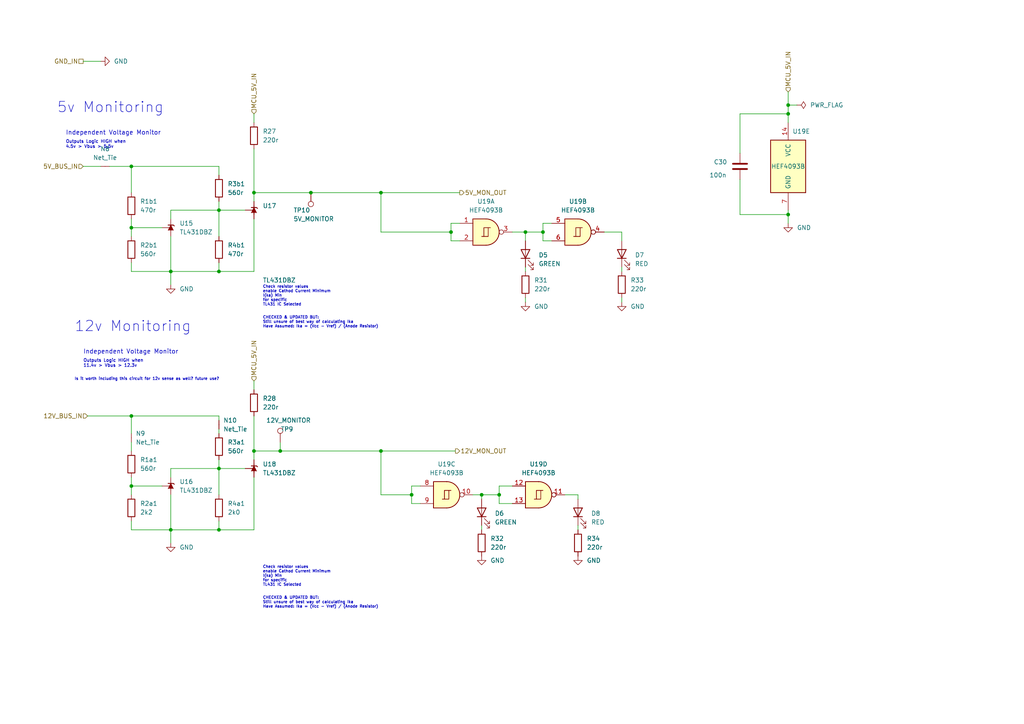
<source format=kicad_sch>
(kicad_sch (version 20211123) (generator eeschema)
  (paper "A4")
  (lib_symbols
    (symbol "000_Capacitor_Film_Immo:cap_film_0805" (pin_numbers hide) (pin_names (offset 0.254))
      (property "Reference" "C" (at 0.635 2.54 0))
      (property "Value" "cap_film_0805" (at 0.635 -2.54 0))
      (symbol "cap_film_0805_0_1"
        (polyline (pts (xy -2.032 -0.762) (xy 2.032 -0.762)) (stroke (width 0.508)))
        (polyline (pts (xy -2.032 0.762) (xy 2.032 0.762)) (stroke (width 0.508)))
      )
      (symbol "cap_film_0805_1_1"
        (pin passive line (at 0 3.81 270) (length 2.794) (name "~") (number "1"))
        (pin passive line (at 0 -3.81 90) (length 2.794) (name "~") (number "2"))
      )
    )
    (symbol "000_Resistors_Immo:Resistor_0805" (pin_numbers hide) (pin_names (offset 0))
      (property "Reference" "R?" (at 2.54 1.2701 0))
      (property "Value" "Resistor_0805" (at 2.54 -1.2699 0))
      (symbol "Resistor_0805_0_1"
        (rectangle (start -1.016 -2.54) (end 1.016 2.54) (stroke (width 0.254)))
      )
      (symbol "Resistor_0805_1_1"
        (pin passive line (at 0 3.81 270) (length 1.27) (name "~") (number "1"))
        (pin passive line (at 0 -3.81 90) (length 1.27) (name "~") (number "2"))
      )
    )
    (symbol "000_Utility_Immo:Net_Tie" (pin_numbers hide) (pin_names (offset 0) hide) (in_bom no)
      (property "Reference" "N" (at 0 5.08 0))
      (property "Value" "Net_Tie" (at 0 2.794 0))
      (symbol "Net_Tie_1_1"
        (pin passive line (at -1.27 0 0) (length 1.27) (name "A") (number "1"))
        (pin passive line (at 1.27 0 180) (length 1.27) (name "C") (number "2"))
      )
    )
    (symbol "4xxx:HEF4093B" (pin_names (offset 1.016))
      (property "Reference" "U" (at 0 1.27 0))
      (property "Value" "HEF4093B" (at 0 -1.27 0))
      (symbol "HEF4093B_1_0"
        (polyline (pts (xy -0.635 -1.27) (xy -0.635 1.27) (xy 0.635 1.27)))
        (polyline (pts (xy -0.635 -1.27) (xy -0.635 1.27) (xy 0.635 1.27)))
        (polyline (pts (xy -1.27 -1.27) (xy 0.635 -1.27) (xy 0.635 1.27) (xy 1.27 1.27)))
        (polyline (pts (xy -1.27 -1.27) (xy 0.635 -1.27) (xy 0.635 1.27) (xy 1.27 1.27)))
      )
      (symbol "HEF4093B_1_1"
        (arc (start 0 -3.81) (mid 3.81 0) (end 0 3.81) (stroke (width 0.254)) (fill (type background)))
        (polyline (pts (xy 0 3.81) (xy -3.81 3.81) (xy -3.81 -3.81) (xy 0 -3.81)) (stroke (width 0.254)) (fill (type background)))
        (pin input line (at -7.62 2.54 0) (length 3.81) (name "~") (number "1"))
        (pin input line (at -7.62 -2.54 0) (length 3.81) (name "~") (number "2"))
        (pin output inverted (at 7.62 0 180) (length 3.81) (name "~") (number "3"))
      )
      (symbol "HEF4093B_1_2"
        (arc (start -3.81 -3.81) (mid -2.589 0) (end -3.81 3.81) (stroke (width 0.254)))
        (arc (start -0.6096 -3.81) (mid 2.1855 -2.584) (end 3.81 0) (stroke (width 0.254)) (fill (type background)))
        (polyline (pts (xy -3.81 -3.81) (xy -0.635 -3.81)) (stroke (width 0.254)) (fill (type background)))
        (polyline (pts (xy -3.81 3.81) (xy -0.635 3.81)) (stroke (width 0.254)) (fill (type background)))
        (polyline (pts (xy -0.635 3.81) (xy -3.81 3.81) (xy -3.81 3.81) (xy -3.556 3.4036) (xy -3.0226 2.2606) (xy -2.6924 1.0414) (xy -2.6162 -0.254) (xy -2.7686 -1.4986) (xy -3.175 -2.7178) (xy -3.81 -3.81) (xy -3.81 -3.81) (xy -0.635 -3.81)) (stroke (width -25.4)) (fill (type background)))
        (arc (start 3.81 0) (mid 2.1928 2.5925) (end -0.6096 3.81) (stroke (width 0.254)) (fill (type background)))
        (pin input inverted (at -7.62 2.54 0) (length 4.318) (name "~") (number "1"))
        (pin input inverted (at -7.62 -2.54 0) (length 4.318) (name "~") (number "2"))
        (pin output line (at 7.62 0 180) (length 3.81) (name "~") (number "3"))
      )
      (symbol "HEF4093B_2_0"
        (polyline (pts (xy -0.635 -1.27) (xy -0.635 1.27) (xy 0.635 1.27)))
        (polyline (pts (xy -0.635 -1.27) (xy -0.635 1.27) (xy 0.635 1.27)))
        (polyline (pts (xy -1.27 -1.27) (xy 0.635 -1.27) (xy 0.635 1.27) (xy 1.27 1.27)))
        (polyline (pts (xy -1.27 -1.27) (xy 0.635 -1.27) (xy 0.635 1.27) (xy 1.27 1.27)))
      )
      (symbol "HEF4093B_2_1"
        (arc (start 0 -3.81) (mid 3.81 0) (end 0 3.81) (stroke (width 0.254)) (fill (type background)))
        (polyline (pts (xy 0 3.81) (xy -3.81 3.81) (xy -3.81 -3.81) (xy 0 -3.81)) (stroke (width 0.254)) (fill (type background)))
        (pin output inverted (at 7.62 0 180) (length 3.81) (name "~") (number "4"))
        (pin input line (at -7.62 2.54 0) (length 3.81) (name "~") (number "5"))
        (pin input line (at -7.62 -2.54 0) (length 3.81) (name "~") (number "6"))
      )
      (symbol "HEF4093B_2_2"
        (arc (start -3.81 -3.81) (mid -2.589 0) (end -3.81 3.81) (stroke (width 0.254)))
        (arc (start -0.6096 -3.81) (mid 2.1855 -2.584) (end 3.81 0) (stroke (width 0.254)) (fill (type background)))
        (polyline (pts (xy -3.81 -3.81) (xy -0.635 -3.81)) (stroke (width 0.254)) (fill (type background)))
        (polyline (pts (xy -3.81 3.81) (xy -0.635 3.81)) (stroke (width 0.254)) (fill (type background)))
        (polyline (pts (xy -0.635 3.81) (xy -3.81 3.81) (xy -3.81 3.81) (xy -3.556 3.4036) (xy -3.0226 2.2606) (xy -2.6924 1.0414) (xy -2.6162 -0.254) (xy -2.7686 -1.4986) (xy -3.175 -2.7178) (xy -3.81 -3.81) (xy -3.81 -3.81) (xy -0.635 -3.81)) (stroke (width -25.4)) (fill (type background)))
        (arc (start 3.81 0) (mid 2.1928 2.5925) (end -0.6096 3.81) (stroke (width 0.254)) (fill (type background)))
        (pin output line (at 7.62 0 180) (length 3.81) (name "~") (number "4"))
        (pin input inverted (at -7.62 2.54 0) (length 4.318) (name "~") (number "5"))
        (pin input inverted (at -7.62 -2.54 0) (length 4.318) (name "~") (number "6"))
      )
      (symbol "HEF4093B_3_0"
        (polyline (pts (xy -0.635 -1.27) (xy -0.635 1.27) (xy 0.635 1.27)))
        (polyline (pts (xy -0.635 -1.27) (xy -0.635 1.27) (xy 0.635 1.27)))
        (polyline (pts (xy -1.27 -1.27) (xy 0.635 -1.27) (xy 0.635 1.27) (xy 1.27 1.27)))
        (polyline (pts (xy -1.27 -1.27) (xy 0.635 -1.27) (xy 0.635 1.27) (xy 1.27 1.27)))
      )
      (symbol "HEF4093B_3_1"
        (arc (start 0 -3.81) (mid 3.81 0) (end 0 3.81) (stroke (width 0.254)) (fill (type background)))
        (polyline (pts (xy 0 3.81) (xy -3.81 3.81) (xy -3.81 -3.81) (xy 0 -3.81)) (stroke (width 0.254)) (fill (type background)))
        (pin output inverted (at 7.62 0 180) (length 3.81) (name "~") (number "10"))
        (pin input line (at -7.62 2.54 0) (length 3.81) (name "~") (number "8"))
        (pin input line (at -7.62 -2.54 0) (length 3.81) (name "~") (number "9"))
      )
      (symbol "HEF4093B_3_2"
        (arc (start -3.81 -3.81) (mid -2.589 0) (end -3.81 3.81) (stroke (width 0.254)))
        (arc (start -0.6096 -3.81) (mid 2.1855 -2.584) (end 3.81 0) (stroke (width 0.254)) (fill (type background)))
        (polyline (pts (xy -3.81 -3.81) (xy -0.635 -3.81)) (stroke (width 0.254)) (fill (type background)))
        (polyline (pts (xy -3.81 3.81) (xy -0.635 3.81)) (stroke (width 0.254)) (fill (type background)))
        (polyline (pts (xy -0.635 3.81) (xy -3.81 3.81) (xy -3.81 3.81) (xy -3.556 3.4036) (xy -3.0226 2.2606) (xy -2.6924 1.0414) (xy -2.6162 -0.254) (xy -2.7686 -1.4986) (xy -3.175 -2.7178) (xy -3.81 -3.81) (xy -3.81 -3.81) (xy -0.635 -3.81)) (stroke (width -25.4)) (fill (type background)))
        (arc (start 3.81 0) (mid 2.1928 2.5925) (end -0.6096 3.81) (stroke (width 0.254)) (fill (type background)))
        (pin output line (at 7.62 0 180) (length 3.81) (name "~") (number "10"))
        (pin input inverted (at -7.62 2.54 0) (length 4.318) (name "~") (number "8"))
        (pin input inverted (at -7.62 -2.54 0) (length 4.318) (name "~") (number "9"))
      )
      (symbol "HEF4093B_4_0"
        (polyline (pts (xy -0.635 -1.27) (xy -0.635 1.27) (xy 0.635 1.27)))
        (polyline (pts (xy -0.635 -1.27) (xy -0.635 1.27) (xy 0.635 1.27)))
        (polyline (pts (xy -1.27 -1.27) (xy 0.635 -1.27) (xy 0.635 1.27) (xy 1.27 1.27)))
        (polyline (pts (xy -1.27 -1.27) (xy 0.635 -1.27) (xy 0.635 1.27) (xy 1.27 1.27)))
      )
      (symbol "HEF4093B_4_1"
        (arc (start 0 -3.81) (mid 3.81 0) (end 0 3.81) (stroke (width 0.254)) (fill (type background)))
        (polyline (pts (xy 0 3.81) (xy -3.81 3.81) (xy -3.81 -3.81) (xy 0 -3.81)) (stroke (width 0.254)) (fill (type background)))
        (pin output inverted (at 7.62 0 180) (length 3.81) (name "~") (number "11"))
        (pin input line (at -7.62 2.54 0) (length 3.81) (name "~") (number "12"))
        (pin input line (at -7.62 -2.54 0) (length 3.81) (name "~") (number "13"))
      )
      (symbol "HEF4093B_4_2"
        (arc (start -3.81 -3.81) (mid -2.589 0) (end -3.81 3.81) (stroke (width 0.254)))
        (arc (start -0.6096 -3.81) (mid 2.1855 -2.584) (end 3.81 0) (stroke (width 0.254)) (fill (type background)))
        (polyline (pts (xy -3.81 -3.81) (xy -0.635 -3.81)) (stroke (width 0.254)) (fill (type background)))
        (polyline (pts (xy -3.81 3.81) (xy -0.635 3.81)) (stroke (width 0.254)) (fill (type background)))
        (polyline (pts (xy -0.635 3.81) (xy -3.81 3.81) (xy -3.81 3.81) (xy -3.556 3.4036) (xy -3.0226 2.2606) (xy -2.6924 1.0414) (xy -2.6162 -0.254) (xy -2.7686 -1.4986) (xy -3.175 -2.7178) (xy -3.81 -3.81) (xy -3.81 -3.81) (xy -0.635 -3.81)) (stroke (width -25.4)) (fill (type background)))
        (arc (start 3.81 0) (mid 2.1928 2.5925) (end -0.6096 3.81) (stroke (width 0.254)) (fill (type background)))
        (pin output line (at 7.62 0 180) (length 3.81) (name "~") (number "11"))
        (pin input inverted (at -7.62 2.54 0) (length 4.318) (name "~") (number "12"))
        (pin input inverted (at -7.62 -2.54 0) (length 4.318) (name "~") (number "13"))
      )
      (symbol "HEF4093B_5_0"
        (pin power_in line (at 0 12.7 270) (length 5.08) (name "VCC") (number "14"))
        (pin power_in line (at 0 -12.7 90) (length 5.08) (name "GND") (number "7"))
      )
      (symbol "HEF4093B_5_1"
        (rectangle (start -5.08 7.62) (end 5.08 -7.62) (stroke (width 0.254)) (fill (type background)))
      )
    )
    (symbol "Connector:TestPoint" (pin_numbers hide) (pin_names (offset 0.762) hide)
      (property "Reference" "TP" (at 0 6.858 0))
      (property "Value" "TestPoint" (at 0 5.08 0))
      (symbol "TestPoint_0_1"
        (circle (center 0 3.302) (radius 0.762))
      )
      (symbol "TestPoint_1_1"
        (pin passive line (at 0 0 90) (length 2.54) (name "1") (number "1"))
      )
    )
    (symbol "Device:LED" (pin_numbers hide) (pin_names (offset 1.016) hide)
      (property "Reference" "D" (at 0 2.54 0))
      (property "Value" "LED" (at 0 -2.54 0))
      (symbol "LED_0_1"
        (polyline (pts (xy -1.27 -1.27) (xy -1.27 1.27)) (stroke (width 0.254)))
        (polyline (pts (xy -1.27 0) (xy 1.27 0)))
        (polyline (pts (xy 1.27 -1.27) (xy 1.27 1.27) (xy -1.27 0) (xy 1.27 -1.27)) (stroke (width 0.254)))
        (polyline (pts (xy -3.048 -0.762) (xy -4.572 -2.286) (xy -3.81 -2.286) (xy -4.572 -2.286) (xy -4.572 -1.524)))
        (polyline (pts (xy -1.778 -0.762) (xy -3.302 -2.286) (xy -2.54 -2.286) (xy -3.302 -2.286) (xy -3.302 -1.524)))
      )
      (symbol "LED_1_1"
        (pin passive line (at -3.81 0 0) (length 2.54) (name "K") (number "1"))
        (pin passive line (at 3.81 0 180) (length 2.54) (name "A") (number "2"))
      )
    )
    (symbol "Reference_Voltage:TL431DBZ" (pin_numbers hide) (pin_names hide)
      (property "Reference" "U" (at -2.54 2.54 0))
      (property "Value" "TL431DBZ" (at 0 -2.54 0))
      (symbol "TL431DBZ_0_1"
        (polyline (pts (xy -1.27 0) (xy 0 0) (xy 1.27 0)))
        (polyline (pts (xy -0.762 0.762) (xy 0.762 0) (xy -0.762 -0.762)) (fill (type outline)))
        (polyline (pts (xy 0.508 -1.016) (xy 0.762 -0.762) (xy 0.762 0.762) (xy 0.762 0.762)) (stroke (width 0.254)))
      )
      (symbol "TL431DBZ_1_1"
        (pin passive line (at 2.54 0 180) (length 2.54) (name "K") (number "1"))
        (pin passive line (at 0 2.54 270) (length 2.54) (name "REF") (number "2"))
        (pin passive line (at -2.54 0 0) (length 2.54) (name "A") (number "3"))
      )
    )
    (symbol "power:GND" (power) (pin_names (offset 0))
      (property "Value" "GND" (at 0 -3.81 0))
      (symbol "GND_0_1"
        (polyline (pts (xy 0 0) (xy 0 -1.27) (xy 1.27 -1.27) (xy 0 -2.54) (xy -1.27 -1.27) (xy 0 -1.27)))
      )
      (symbol "GND_1_1"
        (pin power_in line (at 0 0 270) (length 0) hide (name "GND") (number "1"))
      )
    )
    (symbol "power:PWR_FLAG" (power) (pin_numbers hide) (pin_names (offset 0) hide)
      (property "Value" "PWR_FLAG" (at 0 3.81 0))
      (symbol "PWR_FLAG_0_0"
        (pin power_out line (at 0 0 90) (length 0) (name "pwr") (number "1"))
      )
      (symbol "PWR_FLAG_0_1"
        (polyline (pts (xy 0 0) (xy 0 1.27) (xy -1.016 1.905) (xy 0 2.54) (xy 1.016 1.905) (xy 0 1.27)))
      )
    )
  )
  (junction (at 63.5 153.67))
  (junction (at 63.5 135.89))
  (junction (at 63.5 78.74))
  (junction (at 63.5 60.96))
  (junction (at 139.7 143.51))
  (junction (at 228.6 30.48))
  (junction (at 157.48 67.31))
  (junction (at 110.49 55.88))
  (junction (at 38.1 66.04))
  (junction (at 110.49 130.81))
  (junction (at 90.17 55.88))
  (junction (at 73.66 130.81))
  (junction (at 228.6 62.23))
  (junction (at 144.78 143.51))
  (junction (at 38.1 120.65))
  (junction (at 73.66 55.88))
  (junction (at 130.81 67.31))
  (junction (at 81.28 130.81))
  (junction (at 49.53 78.74))
  (junction (at 49.53 153.67))
  (junction (at 152.4 67.31))
  (junction (at 228.6 33.02))
  (junction (at 38.1 140.97))
  (junction (at 119.38 143.51))
  (junction (at 38.1 48.26))
  (wire (pts (xy 228.6 30.48) (xy 231.14 30.48)))
  (wire (pts (xy 228.6 26.67) (xy 228.6 30.48)))
  (wire (pts (xy 63.5 151.13) (xy 63.5 153.67)))
  (wire (pts (xy 49.53 153.67) (xy 49.53 157.48)))
  (wire (pts (xy 49.53 143.51) (xy 49.53 153.67)))
  (wire (pts (xy 130.81 64.77) (xy 133.35 64.77)))
  (wire (pts (xy 24.13 48.26) (xy 29.21 48.26)))
  (wire (pts (xy 38.1 120.65) (xy 63.5 120.65)))
  (wire (pts (xy 180.34 86.36) (xy 180.34 87.63)))
  (wire (pts (xy 73.66 130.81) (xy 81.28 130.81)))
  (wire (pts (xy 133.35 69.85) (xy 130.81 69.85)))
  (wire (pts (xy 38.1 128.27) (xy 38.1 130.81)))
  (wire (pts (xy 63.5 135.89) (xy 63.5 143.51)))
  (wire (pts (xy 137.16 143.51) (xy 139.7 143.51)))
  (wire (pts (xy 81.28 128.27) (xy 81.28 130.81)))
  (wire (pts (xy 119.38 140.97) (xy 121.92 140.97)))
  (wire (pts (xy 110.49 130.81) (xy 110.49 143.51)))
  (wire (pts (xy 214.63 33.02) (xy 228.6 33.02)))
  (wire (pts (xy 63.5 120.65) (xy 63.5 121.92)))
  (wire (pts (xy 49.53 78.74) (xy 49.53 82.55)))
  (wire (pts (xy 81.28 130.81) (xy 110.49 130.81)))
  (wire (pts (xy 144.78 140.97) (xy 148.59 140.97)))
  (wire (pts (xy 63.5 60.96) (xy 71.12 60.96)))
  (wire (pts (xy 38.1 138.43) (xy 38.1 140.97)))
  (wire (pts (xy 73.66 55.88) (xy 73.66 58.42)))
  (wire (pts (xy 63.5 48.26) (xy 38.1 48.26)))
  (wire (pts (xy 157.48 67.31) (xy 157.48 64.77)))
  (wire (pts (xy 38.1 120.65) (xy 38.1 125.73)))
  (wire (pts (xy 148.59 67.31) (xy 152.4 67.31)))
  (wire (pts (xy 167.64 152.4) (xy 167.64 153.67)))
  (wire (pts (xy 175.26 67.31) (xy 180.34 67.31)))
  (wire (pts (xy 38.1 63.5) (xy 38.1 66.04)))
  (wire (pts (xy 63.5 153.67) (xy 49.53 153.67)))
  (wire (pts (xy 49.53 60.96) (xy 49.53 63.5)))
  (wire (pts (xy 90.17 55.88) (xy 110.49 55.88)))
  (wire (pts (xy 167.64 144.78) (xy 167.64 143.51)))
  (wire (pts (xy 73.66 55.88) (xy 90.17 55.88)))
  (wire (pts (xy 25.4 120.65) (xy 38.1 120.65)))
  (wire (pts (xy 152.4 67.31) (xy 152.4 69.85)))
  (wire (pts (xy 38.1 151.13) (xy 38.1 153.67)))
  (wire (pts (xy 228.6 60.96) (xy 228.6 62.23)))
  (wire (pts (xy 63.5 58.42) (xy 63.5 60.96)))
  (wire (pts (xy 38.1 66.04) (xy 38.1 68.58)))
  (wire (pts (xy 38.1 76.2) (xy 38.1 78.74)))
  (wire (pts (xy 73.66 43.18) (xy 73.66 55.88)))
  (wire (pts (xy 152.4 67.31) (xy 157.48 67.31)))
  (wire (pts (xy 148.59 146.05) (xy 144.78 146.05)))
  (wire (pts (xy 152.4 86.36) (xy 152.4 87.63)))
  (wire (pts (xy 214.63 62.23) (xy 228.6 62.23)))
  (wire (pts (xy 119.38 143.51) (xy 110.49 143.51)))
  (wire (pts (xy 144.78 146.05) (xy 144.78 143.51)))
  (wire (pts (xy 73.66 33.02) (xy 73.66 35.56)))
  (wire (pts (xy 139.7 143.51) (xy 144.78 143.51)))
  (wire (pts (xy 63.5 135.89) (xy 71.12 135.89)))
  (wire (pts (xy 144.78 143.51) (xy 144.78 140.97)))
  (wire (pts (xy 63.5 50.8) (xy 63.5 48.26)))
  (wire (pts (xy 110.49 55.88) (xy 110.49 67.31)))
  (wire (pts (xy 73.66 153.67) (xy 63.5 153.67)))
  (wire (pts (xy 63.5 76.2) (xy 63.5 78.74)))
  (wire (pts (xy 38.1 140.97) (xy 38.1 143.51)))
  (wire (pts (xy 152.4 77.47) (xy 152.4 78.74)))
  (wire (pts (xy 49.53 135.89) (xy 49.53 138.43)))
  (wire (pts (xy 228.6 62.23) (xy 228.6 64.77)))
  (wire (pts (xy 38.1 140.97) (xy 46.99 140.97)))
  (wire (pts (xy 157.48 69.85) (xy 157.48 67.31)))
  (wire (pts (xy 73.66 110.49) (xy 73.66 113.03)))
  (wire (pts (xy 38.1 153.67) (xy 49.53 153.67)))
  (wire (pts (xy 130.81 69.85) (xy 130.81 67.31)))
  (wire (pts (xy 63.5 60.96) (xy 49.53 60.96)))
  (wire (pts (xy 157.48 64.77) (xy 160.02 64.77)))
  (wire (pts (xy 167.64 143.51) (xy 163.83 143.51)))
  (wire (pts (xy 73.66 78.74) (xy 63.5 78.74)))
  (wire (pts (xy 139.7 152.4) (xy 139.7 153.67)))
  (wire (pts (xy 119.38 140.97) (xy 119.38 143.51)))
  (wire (pts (xy 38.1 78.74) (xy 49.53 78.74)))
  (wire (pts (xy 38.1 66.04) (xy 46.99 66.04)))
  (wire (pts (xy 38.1 48.26) (xy 38.1 55.88)))
  (wire (pts (xy 24.13 17.78) (xy 29.21 17.78)))
  (wire (pts (xy 110.49 67.31) (xy 130.81 67.31)))
  (wire (pts (xy 73.66 138.43) (xy 73.66 153.67)))
  (wire (pts (xy 139.7 143.51) (xy 139.7 144.78)))
  (wire (pts (xy 73.66 120.65) (xy 73.66 130.81)))
  (wire (pts (xy 214.63 33.02) (xy 214.63 44.45)))
  (wire (pts (xy 110.49 130.81) (xy 132.08 130.81)))
  (wire (pts (xy 119.38 143.51) (xy 119.38 146.05)))
  (wire (pts (xy 180.34 77.47) (xy 180.34 78.74)))
  (wire (pts (xy 49.53 68.58) (xy 49.53 78.74)))
  (wire (pts (xy 31.75 48.26) (xy 38.1 48.26)))
  (wire (pts (xy 228.6 30.48) (xy 228.6 33.02)))
  (wire (pts (xy 73.66 63.5) (xy 73.66 78.74)))
  (wire (pts (xy 63.5 60.96) (xy 63.5 68.58)))
  (wire (pts (xy 63.5 135.89) (xy 49.53 135.89)))
  (wire (pts (xy 214.63 52.07) (xy 214.63 62.23)))
  (wire (pts (xy 130.81 67.31) (xy 130.81 64.77)))
  (wire (pts (xy 228.6 33.02) (xy 228.6 35.56)))
  (wire (pts (xy 63.5 78.74) (xy 49.53 78.74)))
  (wire (pts (xy 63.5 133.35) (xy 63.5 135.89)))
  (wire (pts (xy 157.48 69.85) (xy 160.02 69.85)))
  (wire (pts (xy 73.66 130.81) (xy 73.66 133.35)))
  (wire (pts (xy 110.49 55.88) (xy 133.35 55.88)))
  (wire (pts (xy 119.38 146.05) (xy 121.92 146.05)))
  (wire (pts (xy 180.34 69.85) (xy 180.34 67.31)))
  (wire (pts (xy 63.5 124.46) (xy 63.5 125.73)))
  (text "Outputs Logic HIGH when\n11.4v > Vbus > 12.3v " (at 24.13 106.68 0) (effects (font (size 0.9 0.9)) (justify left bottom)))
  (text "Independent Voltage Monitor" (at 19.05 39.37 0) (effects (font (size 1.27 1.27)) (justify left bottom)))
  (text "Check resistor values\nenable Cathod Current Minimum\nI(ka) Min\nfor specific\nTL431 IC Selected" (at 76.2 170.18 0) (effects (font (size 0.8 0.8)) (justify left bottom)))
  (text "Check resistor values\nenable Cathod Current Minimum\nI(ka) Min\nfor specific\nTL431 IC Selected" (at 76.2 88.9 0) (effects (font (size 0.8 0.8)) (justify left bottom)))
  (text "CHECKED & UPDATED BUT:\nStill unsure of best way of calculating Ika\nHave Assumed: Ika = (Vcc - Vref) / (Anode Resistor)" (at 76.2 95.25 0) (effects (font (size 0.8 0.8)) (justify left bottom)))
  (text "5v Monitoring" (at 16.51 33.02 0) (effects (font (size 3 3)) (justify left bottom)))
  (text "Outputs Logic HIGH when\n4.5v > Vbus > 5.5v " (at 19.05 43.18 0) (effects (font (size 0.9 0.9)) (justify left bottom)))
  (text "CHECKED & UPDATED BUT:\nStill unsure of best way of calculating Ika\nHave Assumed: Ika = (Vcc - Vref) / (Anode Resistor)" (at 76.2 176.53 0) (effects (font (size 0.8 0.8)) (justify left bottom)))
  (text "12v Monitoring" (at 21.59 96.52 0) (effects (font (size 3 3)) (justify left bottom)))
  (text "Independent Voltage Monitor" (at 24.13 102.87 0) (effects (font (size 1.27 1.27)) (justify left bottom)))
  (text "Is it worth including this circuit for 12v sense as well? future use?" (at 21.59 110.49 0) (effects (font (size 0.8 0.8)) (justify left bottom)))
  (hierarchical_label "GND_IN" (shape passive) (at 24.13 17.78 180))
  (hierarchical_label "MCU_5V_IN" (shape input) (at 73.66 110.49 90))
  (hierarchical_label "12V_MON_OUT" (shape output) (at 132.08 130.81 0))
  (hierarchical_label "12V_BUS_IN" (shape input) (at 25.4 120.65 180))
  (hierarchical_label "5V_BUS_IN" (shape input) (at 24.13 48.26 180))
  (hierarchical_label "MCU_5V_IN" (shape input) (at 228.6 26.67 90))
  (hierarchical_label "MCU_5V_IN" (shape input) (at 73.66 33.02 90))
  (hierarchical_label "5V_MON_OUT" (shape output) (at 133.35 55.88 0))
  (symbol (lib_id "000_Utility_Immo:Net_Tie") (at 38.1 127 270) (unit 1) (in_bom no)
    (property "Reference" "N9" (at 39.37 125.7299 90) (effects (justify left)))
    (property "Value" "Net_Tie" (at 39.37 128.2699 90) (effects (justify left)))
    (property "Footprint" "NetTie:NetTie-2_SMD_Pad0.5mm" (effects hide))
  )
  (symbol (lib_id "Device:LED") (at 152.4 73.66 90) (unit 1)
    (property "Reference" "D5" (at 156.21 73.9774 90) (effects (justify right)))
    (property "Value" "GREEN" (at 156.21 76.5174 90) (effects (justify right)))
    (property "Footprint" "LED_SMD:LED_0805_2012Metric_Pad1.15x1.40mm_HandSolder" (effects hide))
  )
  (symbol (lib_id "000_Capacitor_Film_Immo:cap_film_0805") (at 214.63 48.26 0) (unit 1)
    (property "Reference" "C30" (at 207.01 46.99 0) (effects (justify left)))
    (property "Value" "100n" (at 205.74 50.8 0) (effects (justify left)))
    (property "Footprint" "Capacitor_SMD:C_0805_2012Metric_Pad1.18x1.45mm_HandSolder" (effects hide))
  )
  (symbol (lib_id "000_Resistors_Immo:Resistor_0805") (at 63.5 54.61 0) (unit 1)
    (property "Reference" "R3b1" (at 66.04 53.3399 0) (effects (justify left)))
    (property "Value" "560r" (at 66.04 55.8799 0) (effects (justify left)))
    (property "Footprint" "Resistor_SMD:R_0805_2012Metric_Pad1.20x1.40mm_HandSolder" (effects hide))
  )
  (symbol (lib_id "Device:LED") (at 167.64 148.59 90) (unit 1)
    (property "Reference" "D8" (at 171.45 148.9074 90) (effects (justify right)))
    (property "Value" "RED" (at 171.45 151.4474 90) (effects (justify right)))
    (property "Footprint" "LED_SMD:LED_0805_2012Metric_Pad1.15x1.40mm_HandSolder" (effects hide))
  )
  (symbol (lib_id "Reference_Voltage:TL431DBZ") (at 73.66 135.89 90) (unit 1)
    (property "Reference" "U18" (at 76.2 134.6199 90) (effects (justify right)))
    (property "Value" "TL431DBZ" (at 76.2 137.16 90) (effects (justify right)))
    (property "Footprint" "Package_TO_SOT_SMD:SOT-23" (effects hide))
    (property "Datasheet" "http://www.ti.com/lit/ds/symlink/tl431.pdf" (effects hide))
  )
  (symbol (lib_id "000_Resistors_Immo:Resistor_0805") (at 38.1 147.32 0) (unit 1)
    (property "Reference" "R2a1" (at 40.64 146.0499 0) (effects (justify left)))
    (property "Value" "2k2" (at 40.64 148.5899 0) (effects (justify left)))
    (property "Footprint" "Resistor_SMD:R_0805_2012Metric_Pad1.20x1.40mm_HandSolder" (effects hide))
  )
  (symbol (lib_id "4xxx:HEF4093B") (at 156.21 143.51 0) (unit 4)
    (property "Reference" "U19" (at 156.21 134.62 0))
    (property "Value" "HEF4093B" (at 156.21 137.16 0))
    (property "Footprint" "Package_SO:SOIC-14_3.9x8.7mm_P1.27mm" (effects hide))
    (property "Datasheet" "https://assets.nexperia.com/documents/data-sheet/HEF4093B.pdf" (effects hide))
  )
  (symbol (lib_id "Device:LED") (at 180.34 73.66 90) (unit 1)
    (property "Reference" "D7" (at 184.15 73.9774 90) (effects (justify right)))
    (property "Value" "RED" (at 184.15 76.5174 90) (effects (justify right)))
    (property "Footprint" "LED_SMD:LED_0805_2012Metric_Pad1.15x1.40mm_HandSolder" (effects hide))
  )
  (symbol (lib_id "000_Resistors_Immo:Resistor_0805") (at 63.5 72.39 0) (unit 1)
    (property "Reference" "R4b1" (at 66.04 71.1199 0) (effects (justify left)))
    (property "Value" "470r" (at 66.04 73.6599 0) (effects (justify left)))
    (property "Footprint" "Resistor_SMD:R_0805_2012Metric_Pad1.20x1.40mm_HandSolder" (effects hide))
  )
  (symbol (lib_id "000_Resistors_Immo:Resistor_0805") (at 180.34 82.55 0) (unit 1)
    (property "Reference" "R33" (at 182.88 81.2799 0) (effects (justify left)))
    (property "Value" "220r" (at 182.88 83.8199 0) (effects (justify left)))
    (property "Footprint" "Resistor_SMD:R_0805_2012Metric_Pad1.20x1.40mm_HandSolder" (effects hide))
  )
  (symbol (lib_id "power:GND") (at 139.7 161.29 0) (unit 1)
    (property "Reference" "#PWR094" (effects hide))
    (property "Value" "GND" (at 142.24 162.56 0) (effects (justify left)))
  )
  (symbol (lib_id "4xxx:HEF4093B") (at 228.6 48.26 0) (unit 5)
    (property "Reference" "U19" (at 232.41 38.1 0))
    (property "Value" "HEF4093B" (at 228.6 48.26 0))
    (property "Footprint" "Package_SO:SOIC-14_3.9x8.7mm_P1.27mm" (effects hide))
    (property "Datasheet" "https://assets.nexperia.com/documents/data-sheet/HEF4093B.pdf" (effects hide))
  )
  (symbol (lib_id "power:GND") (at 180.34 87.63 0) (unit 1)
    (property "Reference" "#PWR095" (effects hide))
    (property "Value" "GND" (at 182.88 88.9 0) (effects (justify left)))
  )
  (symbol (lib_id "Reference_Voltage:TL431DBZ") (at 49.53 140.97 90) (unit 1)
    (property "Reference" "U16" (at 52.07 139.6999 90) (effects (justify right)))
    (property "Value" "TL431DBZ" (at 52.07 142.2399 90) (effects (justify right)))
    (property "Footprint" "Package_TO_SOT_SMD:SOT-23" (effects hide))
    (property "Datasheet" "http://www.ti.com/lit/ds/symlink/tl431.pdf" (effects hide))
  )
  (symbol (lib_id "4xxx:HEF4093B") (at 140.97 67.31 0) (unit 1)
    (property "Reference" "U19" (at 140.97 58.42 0))
    (property "Value" "HEF4093B" (at 140.97 60.96 0))
    (property "Footprint" "Package_SO:SOIC-14_3.9x8.7mm_P1.27mm" (effects hide))
    (property "Datasheet" "https://assets.nexperia.com/documents/data-sheet/HEF4093B.pdf" (effects hide))
  )
  (symbol (lib_id "4xxx:HEF4093B") (at 129.54 143.51 0) (unit 3)
    (property "Reference" "U19" (at 129.54 134.62 0))
    (property "Value" "HEF4093B" (at 129.54 137.16 0))
    (property "Footprint" "Package_SO:SOIC-14_3.9x8.7mm_P1.27mm" (effects hide))
    (property "Datasheet" "https://assets.nexperia.com/documents/data-sheet/HEF4093B.pdf" (effects hide))
  )
  (symbol (lib_id "power:GND") (at 49.53 82.55 0) (unit 1)
    (property "Reference" "#PWR089" (effects hide))
    (property "Value" "GND" (at 52.07 83.8199 0) (effects (justify left)))
  )
  (symbol (lib_id "Reference_Voltage:TL431DBZ") (at 73.66 60.96 90) (unit 1)
    (property "Reference" "U17" (at 76.2 59.6899 90) (effects (justify right)))
    (property "Value" "TL431DBZ" (at 76.2 81.2799 90) (effects (justify right)))
    (property "Footprint" "Package_TO_SOT_SMD:SOT-23" (effects hide))
    (property "Datasheet" "http://www.ti.com/lit/ds/symlink/tl431.pdf" (effects hide))
  )
  (symbol (lib_id "Connector:TestPoint") (at 90.17 55.88 180) (unit 1)
    (property "Reference" "TP10" (at 85.09 60.96 0) (effects (justify right)))
    (property "Value" "5V_MONITOR" (at 85.09 63.5 0) (effects (justify right)))
    (property "Footprint" "TestPoint:TestPoint_Pad_D1.5mm" (effects hide))
  )
  (symbol (lib_id "power:GND") (at 167.64 161.29 0) (unit 1)
    (property "Reference" "#PWR096" (effects hide))
    (property "Value" "GND" (at 170.18 162.56 0) (effects (justify left)))
  )
  (symbol (lib_id "power:GND") (at 228.6 64.77 0) (unit 1)
    (property "Reference" "#PWR097" (effects hide))
    (property "Value" "GND" (at 231.14 66.04 0) (effects (justify left)))
  )
  (symbol (lib_id "4xxx:HEF4093B") (at 167.64 67.31 0) (unit 2)
    (property "Reference" "U19" (at 167.64 58.42 0))
    (property "Value" "HEF4093B" (at 167.64 60.96 0))
    (property "Footprint" "Package_SO:SOIC-14_3.9x8.7mm_P1.27mm" (effects hide))
    (property "Datasheet" "https://assets.nexperia.com/documents/data-sheet/HEF4093B.pdf" (effects hide))
  )
  (symbol (lib_id "000_Resistors_Immo:Resistor_0805") (at 38.1 59.69 0) (unit 1)
    (property "Reference" "R1b1" (at 40.64 58.4199 0) (effects (justify left)))
    (property "Value" "470r" (at 40.64 60.9599 0) (effects (justify left)))
    (property "Footprint" "Resistor_SMD:R_0805_2012Metric_Pad1.20x1.40mm_HandSolder" (effects hide))
  )
  (symbol (lib_id "Device:LED") (at 139.7 148.59 90) (unit 1)
    (property "Reference" "D6" (at 143.51 148.9074 90) (effects (justify right)))
    (property "Value" "GREEN" (at 143.51 151.4474 90) (effects (justify right)))
    (property "Footprint" "LED_SMD:LED_0805_2012Metric_Pad1.15x1.40mm_HandSolder" (effects hide))
  )
  (symbol (lib_id "power:GND") (at 49.53 157.48 0) (unit 1)
    (property "Reference" "#PWR090" (effects hide))
    (property "Value" "GND" (at 52.07 158.7499 0) (effects (justify left)))
  )
  (symbol (lib_id "000_Resistors_Immo:Resistor_0805") (at 152.4 82.55 0) (unit 1)
    (property "Reference" "R31" (at 154.94 81.2799 0) (effects (justify left)))
    (property "Value" "220r" (at 154.94 83.8199 0) (effects (justify left)))
    (property "Footprint" "Resistor_SMD:R_0805_2012Metric_Pad1.20x1.40mm_HandSolder" (effects hide))
  )
  (symbol (lib_id "Reference_Voltage:TL431DBZ") (at 49.53 66.04 90) (unit 1)
    (property "Reference" "U15" (at 52.07 64.7699 90) (effects (justify right)))
    (property "Value" "TL431DBZ" (at 52.07 67.3099 90) (effects (justify right)))
    (property "Footprint" "Package_TO_SOT_SMD:SOT-23" (effects hide))
    (property "Datasheet" "http://www.ti.com/lit/ds/symlink/tl431.pdf" (effects hide))
  )
  (symbol (lib_id "000_Resistors_Immo:Resistor_0805") (at 63.5 147.32 0) (unit 1)
    (property "Reference" "R4a1" (at 66.04 146.0499 0) (effects (justify left)))
    (property "Value" "2k0" (at 66.04 148.5899 0) (effects (justify left)))
    (property "Footprint" "Resistor_SMD:R_0805_2012Metric_Pad1.20x1.40mm_HandSolder" (effects hide))
  )
  (symbol (lib_id "Connector:TestPoint") (at 81.28 128.27 0) (unit 1)
    (property "Reference" "TP9" (at 85.09 124.46 0) (effects (justify right)))
    (property "Value" "12V_MONITOR" (at 90.17 121.92 0) (effects (justify right)))
    (property "Footprint" "TestPoint:TestPoint_Pad_D1.5mm" (effects hide))
  )
  (symbol (lib_id "000_Resistors_Immo:Resistor_0805") (at 38.1 134.62 0) (unit 1)
    (property "Reference" "R1a1" (at 40.64 133.3499 0) (effects (justify left)))
    (property "Value" "560r" (at 40.64 135.8899 0) (effects (justify left)))
    (property "Footprint" "Resistor_SMD:R_0805_2012Metric_Pad1.20x1.40mm_HandSolder" (effects hide))
  )
  (symbol (lib_id "000_Utility_Immo:Net_Tie") (at 63.5 123.19 270) (unit 1) (in_bom no)
    (property "Reference" "N10" (at 64.77 121.9199 90) (effects (justify left)))
    (property "Value" "Net_Tie" (at 64.77 124.4599 90) (effects (justify left)))
    (property "Footprint" "NetTie:NetTie-2_SMD_Pad0.5mm" (effects hide))
  )
  (symbol (lib_id "000_Resistors_Immo:Resistor_0805") (at 63.5 129.54 0) (unit 1)
    (property "Reference" "R3a1" (at 66.04 128.2699 0) (effects (justify left)))
    (property "Value" "560r" (at 66.04 130.8099 0) (effects (justify left)))
    (property "Footprint" "Resistor_SMD:R_0805_2012Metric_Pad1.20x1.40mm_HandSolder" (effects hide))
  )
  (symbol (lib_id "000_Resistors_Immo:Resistor_0805") (at 139.7 157.48 0) (unit 1)
    (property "Reference" "R32" (at 142.24 156.2099 0) (effects (justify left)))
    (property "Value" "220r" (at 142.24 158.7499 0) (effects (justify left)))
    (property "Footprint" "Resistor_SMD:R_0805_2012Metric_Pad1.20x1.40mm_HandSolder" (effects hide))
  )
  (symbol (lib_id "power:GND") (at 29.21 17.78 90) (unit 1)
    (property "Reference" "#PWR088" (effects hide))
    (property "Value" "GND" (at 33.02 17.7799 90) (effects (justify right)))
  )
  (symbol (lib_id "000_Resistors_Immo:Resistor_0805") (at 73.66 39.37 0) (unit 1)
    (property "Reference" "R27" (at 76.2 38.0999 0) (effects (justify left)))
    (property "Value" "220r" (at 76.2 40.6399 0) (effects (justify left)))
    (property "Footprint" "Resistor_SMD:R_0805_2012Metric_Pad1.20x1.40mm_HandSolder" (effects hide))
  )
  (symbol (lib_id "power:GND") (at 152.4 87.63 0) (unit 1)
    (property "Reference" "#PWR093" (effects hide))
    (property "Value" "GND" (at 154.94 88.9 0) (effects (justify left)))
  )
  (symbol (lib_id "000_Utility_Immo:Net_Tie") (at 30.48 48.26 0) (unit 1) (in_bom no)
    (property "Reference" "N8" (at 30.48 43.18 0))
    (property "Value" "Net_Tie" (at 30.48 45.72 0))
    (property "Footprint" "NetTie:NetTie-8-15A_1oz_2oz_long" (effects hide))
  )
  (symbol (lib_id "power:PWR_FLAG") (at 231.14 30.48 270) (unit 1)
    (property "Reference" "#FLG03" (effects hide))
    (property "Value" "PWR_FLAG" (at 234.95 30.4799 90) (effects (justify left)))
  )
  (symbol (lib_id "000_Resistors_Immo:Resistor_0805") (at 167.64 157.48 0) (unit 1)
    (property "Reference" "R34" (at 170.18 156.2099 0) (effects (justify left)))
    (property "Value" "220r" (at 170.18 158.7499 0) (effects (justify left)))
    (property "Footprint" "Resistor_SMD:R_0805_2012Metric_Pad1.20x1.40mm_HandSolder" (effects hide))
  )
  (symbol (lib_id "000_Resistors_Immo:Resistor_0805") (at 38.1 72.39 0) (unit 1)
    (property "Reference" "R2b1" (at 40.64 71.1199 0) (effects (justify left)))
    (property "Value" "560r" (at 40.64 73.6599 0) (effects (justify left)))
    (property "Footprint" "Resistor_SMD:R_0805_2012Metric_Pad1.20x1.40mm_HandSolder" (effects hide))
  )
  (symbol (lib_id "000_Resistors_Immo:Resistor_0805") (at 73.66 116.84 0) (unit 1)
    (property "Reference" "R28" (at 76.2 115.5699 0) (effects (justify left)))
    (property "Value" "220r" (at 76.2 118.1099 0) (effects (justify left)))
    (property "Footprint" "Resistor_SMD:R_0805_2012Metric_Pad1.20x1.40mm_HandSolder" (effects hide))
  )
)
</source>
